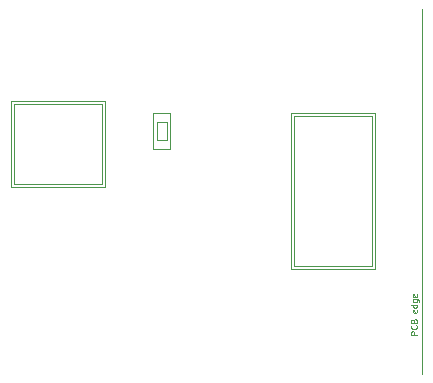
<source format=gbr>
G04 #@! TF.GenerationSoftware,KiCad,Pcbnew,(5.0.0)*
G04 #@! TF.CreationDate,2018-12-07T10:27:40+01:00*
G04 #@! TF.ProjectId,SoNavi,536F4E6176692E6B696361645F706362,rev?*
G04 #@! TF.SameCoordinates,Original*
G04 #@! TF.FileFunction,Drawing*
%FSLAX46Y46*%
G04 Gerber Fmt 4.6, Leading zero omitted, Abs format (unit mm)*
G04 Created by KiCad (PCBNEW (5.0.0)) date 12/07/18 10:27:40*
%MOMM*%
%LPD*%
G01*
G04 APERTURE LIST*
%ADD10C,0.050000*%
%ADD11C,0.100000*%
%ADD12C,0.075000*%
G04 APERTURE END LIST*
D10*
G04 #@! TO.C,J1*
X87046162Y-92022928D02*
X87046162Y-61172928D01*
G04 #@! TO.C,J3*
X83056162Y-69952928D02*
X75956162Y-69952928D01*
X75956162Y-69952928D02*
X75956162Y-83162928D01*
X75956162Y-83162928D02*
X83056162Y-83162928D01*
X83056162Y-83162928D02*
X83056162Y-69952928D01*
D11*
X82806162Y-70202928D02*
X76206162Y-70202928D01*
X76206162Y-70202928D02*
X76206162Y-82912928D01*
X76206162Y-82912928D02*
X82806162Y-82912928D01*
X82806162Y-82912928D02*
X82806162Y-70202928D01*
D10*
G04 #@! TO.C,J2*
X52199000Y-68962000D02*
X60199000Y-68962000D01*
X60199000Y-68962000D02*
X60199000Y-76192000D01*
X60199000Y-76192000D02*
X52199000Y-76192000D01*
X52199000Y-76192000D02*
X52199000Y-68962000D01*
D11*
X52449000Y-69212000D02*
X59949000Y-69212000D01*
X59949000Y-69212000D02*
X59949000Y-75942000D01*
X59949000Y-75942000D02*
X52449000Y-75942000D01*
X52449000Y-75942000D02*
X52449000Y-69212000D01*
D10*
G04 #@! TO.C,F1*
X65730162Y-70002928D02*
X65730162Y-72972928D01*
X65730162Y-72972928D02*
X64250162Y-72972928D01*
X64250162Y-72972928D02*
X64250162Y-70002928D01*
X64250162Y-70002928D02*
X65730162Y-70002928D01*
D11*
X65415162Y-70687928D02*
X65415162Y-72287928D01*
X65415162Y-72287928D02*
X64565162Y-72287928D01*
X64565162Y-72287928D02*
X64565162Y-70687928D01*
X64565162Y-70687928D02*
X65415162Y-70687928D01*
G04 #@! TD*
G04 #@! TO.C,J1*
D12*
X86605685Y-88725308D02*
X86105685Y-88725308D01*
X86105685Y-88534832D01*
X86129495Y-88487213D01*
X86153304Y-88463404D01*
X86200923Y-88439594D01*
X86272352Y-88439594D01*
X86319971Y-88463404D01*
X86343780Y-88487213D01*
X86367590Y-88534832D01*
X86367590Y-88725308D01*
X86558066Y-87939594D02*
X86581875Y-87963404D01*
X86605685Y-88034832D01*
X86605685Y-88082451D01*
X86581875Y-88153880D01*
X86534256Y-88201499D01*
X86486637Y-88225308D01*
X86391399Y-88249118D01*
X86319971Y-88249118D01*
X86224733Y-88225308D01*
X86177114Y-88201499D01*
X86129495Y-88153880D01*
X86105685Y-88082451D01*
X86105685Y-88034832D01*
X86129495Y-87963404D01*
X86153304Y-87939594D01*
X86343780Y-87558642D02*
X86367590Y-87487213D01*
X86391399Y-87463404D01*
X86439018Y-87439594D01*
X86510447Y-87439594D01*
X86558066Y-87463404D01*
X86581875Y-87487213D01*
X86605685Y-87534832D01*
X86605685Y-87725308D01*
X86105685Y-87725308D01*
X86105685Y-87558642D01*
X86129495Y-87511023D01*
X86153304Y-87487213D01*
X86200923Y-87463404D01*
X86248542Y-87463404D01*
X86296161Y-87487213D01*
X86319971Y-87511023D01*
X86343780Y-87558642D01*
X86343780Y-87725308D01*
X86581875Y-86653880D02*
X86605685Y-86701499D01*
X86605685Y-86796737D01*
X86581875Y-86844356D01*
X86534256Y-86868166D01*
X86343780Y-86868166D01*
X86296161Y-86844356D01*
X86272352Y-86796737D01*
X86272352Y-86701499D01*
X86296161Y-86653880D01*
X86343780Y-86630070D01*
X86391399Y-86630070D01*
X86439018Y-86868166D01*
X86605685Y-86201499D02*
X86105685Y-86201499D01*
X86581875Y-86201499D02*
X86605685Y-86249118D01*
X86605685Y-86344356D01*
X86581875Y-86391975D01*
X86558066Y-86415785D01*
X86510447Y-86439594D01*
X86367590Y-86439594D01*
X86319971Y-86415785D01*
X86296161Y-86391975D01*
X86272352Y-86344356D01*
X86272352Y-86249118D01*
X86296161Y-86201499D01*
X86272352Y-85749118D02*
X86677114Y-85749118D01*
X86724733Y-85772928D01*
X86748542Y-85796737D01*
X86772352Y-85844356D01*
X86772352Y-85915785D01*
X86748542Y-85963404D01*
X86581875Y-85749118D02*
X86605685Y-85796737D01*
X86605685Y-85891975D01*
X86581875Y-85939594D01*
X86558066Y-85963404D01*
X86510447Y-85987213D01*
X86367590Y-85987213D01*
X86319971Y-85963404D01*
X86296161Y-85939594D01*
X86272352Y-85891975D01*
X86272352Y-85796737D01*
X86296161Y-85749118D01*
X86581875Y-85320547D02*
X86605685Y-85368166D01*
X86605685Y-85463404D01*
X86581875Y-85511023D01*
X86534256Y-85534832D01*
X86343780Y-85534832D01*
X86296161Y-85511023D01*
X86272352Y-85463404D01*
X86272352Y-85368166D01*
X86296161Y-85320547D01*
X86343780Y-85296737D01*
X86391399Y-85296737D01*
X86439018Y-85534832D01*
G04 #@! TD*
M02*

</source>
